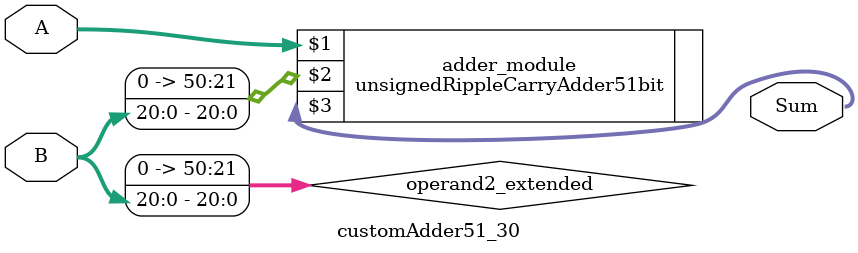
<source format=v>
module customAdder51_30(
                        input [50 : 0] A,
                        input [20 : 0] B,
                        
                        output [51 : 0] Sum
                );

        wire [50 : 0] operand2_extended;
        
        assign operand2_extended =  {30'b0, B};
        
        unsignedRippleCarryAdder51bit adder_module(
            A,
            operand2_extended,
            Sum
        );
        
        endmodule
        
</source>
